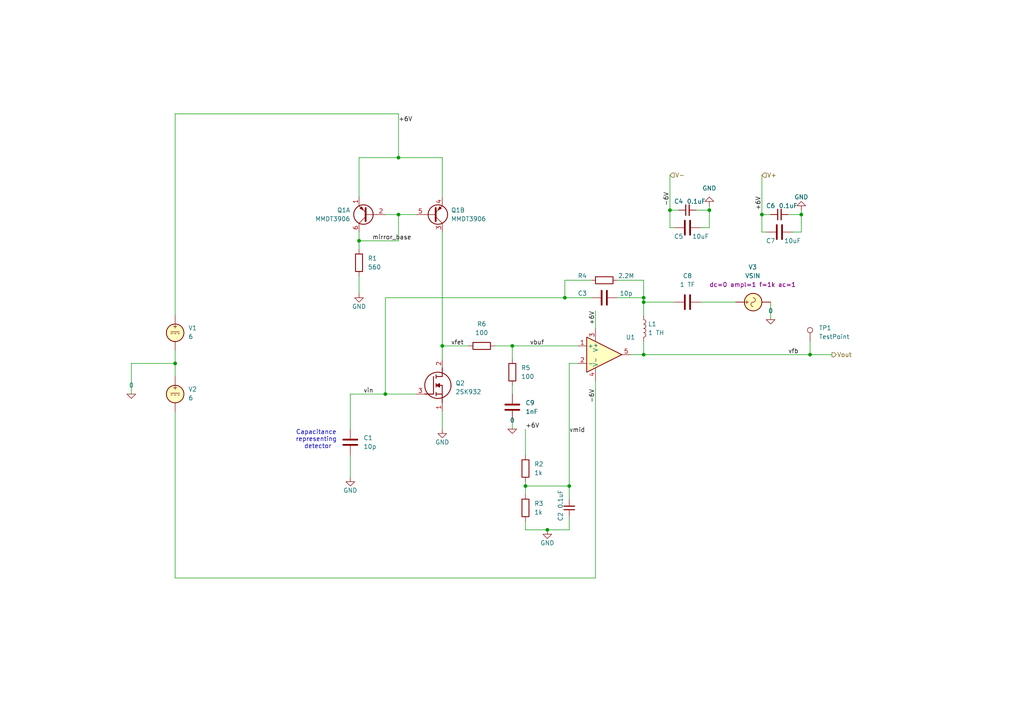
<source format=kicad_sch>
(kicad_sch (version 20231120) (generator "eeschema") (generator_version "8.0")
  (paper "A4")
  (lib_symbols
    (symbol "2SK932:2SK932" (pin_names hide)
      (property "Reference" "Q" (at 11.43 3.81 0))
      (property "Value" "2SK932" (at 11.43 1.27 0))
      (symbol "2SK932_1_1"
        (polyline (pts (xy 2.54 0) (xy 5.08 0)) (stroke (width 0.254)))
        (polyline (pts (xy 5.08 5.08) (xy 5.08 0)) (stroke (width 0.254)))
        (polyline (pts (xy 5.842 -0.508) (xy 5.842 0.508)) (stroke (width 0.254)))
        (polyline (pts (xy 5.842 0) (xy 7.62 0)) (stroke (width 0.254)))
        (polyline (pts (xy 5.842 2.032) (xy 5.842 3.048)) (stroke (width 0.254)))
        (polyline (pts (xy 5.842 5.588) (xy 5.842 4.572)) (stroke (width 0.254)))
        (polyline (pts (xy 7.62 2.54) (xy 5.842 2.54)) (stroke (width 0.254)))
        (polyline (pts (xy 7.62 2.54) (xy 7.62 -2.54)) (stroke (width 0.254)))
        (polyline (pts (xy 7.62 5.08) (xy 5.842 5.08)) (stroke (width 0.254)))
        (polyline (pts (xy 7.62 5.08) (xy 7.62 7.62)) (stroke (width 0.254)))
        (polyline (pts (xy 5.842 2.54) (xy 6.858 3.048) (xy 6.858 2.032) (xy 5.842 2.54)) (stroke (width 0.254)) (fill (type outline)))
        (circle (center 6.35 2.54) (radius 3.81) (stroke (width 0.254)))
        (pin passive line (at 7.62 -5.08 90) (length 2.54) (name "S") (number "1"))
        (pin passive line (at 7.62 10.16 270) (length 2.54) (name "D") (number "2"))
        (pin passive line (at 0 0 0) (length 2.54) (name "G") (number "3"))
      )
    )
    (symbol "Connector:TestPoint" (pin_numbers hide) (pin_names (offset 0.762) hide)
      (property "Reference" "TP" (at 0 6.858 0))
      (property "Value" "TestPoint" (at 0 5.08 0))
      (symbol "TestPoint_0_1"
        (circle (center 0 3.302) (radius 0.762))
      )
      (symbol "TestPoint_1_1"
        (pin passive line (at 0 0 90) (length 2.54) (name "1") (number "1"))
      )
    )
    (symbol "Device:C" (pin_numbers hide) (pin_names (offset 0.254))
      (property "Reference" "C" (at 0.635 2.54 0))
      (property "Value" "C" (at 0.635 -2.54 0))
      (symbol "C_0_1"
        (polyline (pts (xy -2.032 -0.762) (xy 2.032 -0.762)) (stroke (width 0.508)))
        (polyline (pts (xy -2.032 0.762) (xy 2.032 0.762)) (stroke (width 0.508)))
      )
      (symbol "C_1_1"
        (pin passive line (at 0 3.81 270) (length 2.794) (name "~") (number "1"))
        (pin passive line (at 0 -3.81 90) (length 2.794) (name "~") (number "2"))
      )
    )
    (symbol "Device:C_Small" (pin_numbers hide) (pin_names (offset 0.254) hide)
      (property "Reference" "C" (at 0.254 1.778 0))
      (property "Value" "C_Small" (at 0.254 -2.032 0))
      (symbol "C_Small_0_1"
        (polyline (pts (xy -1.524 -0.508) (xy 1.524 -0.508)) (stroke (width 0.3302)))
        (polyline (pts (xy -1.524 0.508) (xy 1.524 0.508)) (stroke (width 0.3048)))
      )
      (symbol "C_Small_1_1"
        (pin passive line (at 0 2.54 270) (length 2.032) (name "~") (number "1"))
        (pin passive line (at 0 -2.54 90) (length 2.032) (name "~") (number "2"))
      )
    )
    (symbol "Device:L" (pin_numbers hide) (pin_names (offset 1.016) hide)
      (property "Reference" "L" (at -1.27 0 90))
      (property "Value" "L" (at 1.905 0 90))
      (symbol "L_0_1"
        (arc (start 0 -2.54) (mid 0.6323 -1.905) (end 0 -1.27))
        (arc (start 0 -1.27) (mid 0.6323 -0.635) (end 0 0))
        (arc (start 0 0) (mid 0.6323 0.635) (end 0 1.27))
        (arc (start 0 1.27) (mid 0.6323 1.905) (end 0 2.54))
      )
      (symbol "L_1_1"
        (pin passive line (at 0 3.81 270) (length 1.27) (name "1") (number "1"))
        (pin passive line (at 0 -3.81 90) (length 1.27) (name "2") (number "2"))
      )
    )
    (symbol "Device:R" (pin_numbers hide) (pin_names (offset 0))
      (property "Reference" "R" (at 2.032 0 90))
      (property "Value" "R" (at 0 0 90))
      (symbol "R_0_1"
        (rectangle (start -1.016 -2.54) (end 1.016 2.54) (stroke (width 0.254)))
      )
      (symbol "R_1_1"
        (pin passive line (at 0 3.81 270) (length 1.27) (name "~") (number "1"))
        (pin passive line (at 0 -3.81 90) (length 1.27) (name "~") (number "2"))
      )
    )
    (symbol "Simulation_SPICE:0" (power) (pin_numbers hide) (pin_names (offset 0) hide)
      (property "Value" "0" (at 0 -2.54 0))
      (symbol "0_0_1"
        (polyline (pts (xy -1.27 0) (xy 0 -1.27) (xy 1.27 0) (xy -1.27 0)))
      )
      (symbol "0_1_1"
        (pin power_in line (at 0 0 0) (length 0) (name "~") (number "1"))
      )
    )
    (symbol "Simulation_SPICE:OPAMP" (pin_names (offset 0.254))
      (property "Reference" "U" (at 3.81 3.175 0))
      (property "Value" "${SIM.PARAMS}" (at 3.81 -3.175 0))
      (symbol "OPAMP_0_1"
        (polyline (pts (xy 5.08 0) (xy -5.08 5.08) (xy -5.08 -5.08) (xy 5.08 0)) (stroke (width 0.254)) (fill (type background)))
      )
      (symbol "OPAMP_1_1"
        (pin input line (at -7.62 2.54 0) (length 2.54) (name "+") (number "1"))
        (pin input line (at -7.62 -2.54 0) (length 2.54) (name "-") (number "2"))
        (pin power_in line (at -2.54 7.62 270) (length 3.81) (name "V+") (number "3"))
        (pin power_in line (at -2.54 -7.62 90) (length 3.81) (name "V-") (number "4"))
        (pin output line (at 7.62 0 180) (length 2.54) (name "~") (number "5"))
      )
    )
    (symbol "Simulation_SPICE:VDC" (pin_numbers hide) (pin_names (offset 0.0254))
      (property "Reference" "V" (at 2.54 2.54 0))
      (property "Value" "1" (at 2.54 0 0))
      (symbol "VDC_0_0"
        (polyline (pts (xy -1.27 0.254) (xy 1.27 0.254)))
        (polyline (pts (xy -0.762 -0.254) (xy -1.27 -0.254)))
        (polyline (pts (xy 0.254 -0.254) (xy -0.254 -0.254)))
        (polyline (pts (xy 1.27 -0.254) (xy 0.762 -0.254)))
        (text "+" (at 0 1.905 0) (effects (font (size 1.27 1.27))))
      )
      (symbol "VDC_0_1"
        (circle (center 0 0) (radius 2.54) (stroke (width 0.254)) (fill (type background)))
      )
      (symbol "VDC_1_1"
        (pin passive line (at 0 5.08 270) (length 2.54) (name "~") (number "1"))
        (pin passive line (at 0 -5.08 90) (length 2.54) (name "~") (number "2"))
      )
    )
    (symbol "Simulation_SPICE:VSIN" (pin_numbers hide) (pin_names (offset 0.0254))
      (property "Reference" "V" (at 2.54 2.54 0))
      (property "Value" "VSIN" (at 2.54 0 0))
      (property "Sim.Params" "dc=0 ampl=1 f=1k ac=1" (at 2.54 -2.54 0))
      (symbol "VSIN_0_0"
        (arc (start 0 0) (mid -0.635 0.6323) (end -1.27 0))
        (arc (start 0 0) (mid 0.635 -0.6323) (end 1.27 0))
        (text "+" (at 0 1.905 0) (effects (font (size 1.27 1.27))))
      )
      (symbol "VSIN_0_1"
        (circle (center 0 0) (radius 2.54) (stroke (width 0.254)) (fill (type background)))
      )
      (symbol "VSIN_1_1"
        (pin passive line (at 0 5.08 270) (length 2.54) (name "~") (number "1"))
        (pin passive line (at 0 -5.08 90) (length 2.54) (name "~") (number "2"))
      )
    )
    (symbol "Transistor_BJT:MMDT3906" (pin_names (offset 0) hide)
      (property "Reference" "Q" (at 5.08 1.27 0))
      (property "Value" "MMDT3906" (at 5.08 -1.27 0))
      (symbol "MMDT3906_0_1"
        (polyline (pts (xy 0.635 0) (xy -2.54 0)))
        (polyline (pts (xy 0.635 0.635) (xy 2.54 2.54)))
        (polyline (pts (xy 0.635 -0.635) (xy 2.54 -2.54) (xy 2.54 -2.54)))
        (polyline (pts (xy 0.635 1.905) (xy 0.635 -1.905) (xy 0.635 -1.905)) (stroke (width 0.508)))
        (polyline (pts (xy 2.286 -1.778) (xy 1.778 -2.286) (xy 1.27 -1.27) (xy 2.286 -1.778) (xy 2.286 -1.778)) (fill (type outline)))
        (circle (center 1.27 0) (radius 2.8194) (stroke (width 0.254)))
      )
      (symbol "MMDT3906_1_1"
        (pin passive line (at 2.54 -5.08 90) (length 2.54) (name "E1") (number "1"))
        (pin input line (at -5.08 0 0) (length 2.54) (name "B1") (number "2"))
        (pin passive line (at 2.54 5.08 270) (length 2.54) (name "C1") (number "6"))
      )
      (symbol "MMDT3906_2_1"
        (pin passive line (at 2.54 5.08 270) (length 2.54) (name "C2") (number "3"))
        (pin passive line (at 2.54 -5.08 90) (length 2.54) (name "E2") (number "4"))
        (pin input line (at -5.08 0 0) (length 2.54) (name "B2") (number "5"))
      )
    )
    (symbol "power:GND" (power) (pin_names (offset 0))
      (property "Value" "GND" (at 0 -3.81 0))
      (symbol "GND_0_1"
        (polyline (pts (xy 0 0) (xy 0 -1.27) (xy 1.27 -1.27) (xy 0 -2.54) (xy -1.27 -1.27) (xy 0 -1.27)))
      )
      (symbol "GND_1_1"
        (pin power_in line (at 0 0 270) (length 0) hide (name "GND") (number "1"))
      )
    )
  )
  (junction (at 115.57 45.72))
  (junction (at 186.69 102.87))
  (junction (at 234.95 102.87))
  (junction (at 111.76 114.3))
  (junction (at 128.27 100.33))
  (junction (at 115.57 62.23))
  (junction (at 205.74 60.96))
  (junction (at 165.1 140.97))
  (junction (at 186.69 86.36))
  (junction (at 104.14 69.85))
  (junction (at 194.31 60.96))
  (junction (at 148.59 100.33))
  (junction (at 232.41 62.23))
  (junction (at 186.69 87.63))
  (junction (at 220.98 62.23))
  (junction (at 152.4 140.97))
  (junction (at 158.75 153.67))
  (junction (at 50.8 105.41))
  (junction (at 163.83 86.36))
  (wire (pts (xy 148.59 121.92) (xy 148.59 124.46)))
  (wire (pts (xy 38.1 105.41) (xy 50.8 105.41)))
  (wire (pts (xy 220.98 62.23) (xy 220.98 67.31)))
  (wire (pts (xy 50.8 101.6) (xy 50.8 105.41)))
  (wire (pts (xy 186.69 99.06) (xy 186.69 102.87)))
  (wire (pts (xy 128.27 119.38) (xy 128.27 124.46)))
  (wire (pts (xy 186.69 87.63) (xy 186.69 91.44)))
  (wire (pts (xy 228.6 62.23) (xy 232.41 62.23)))
  (wire (pts (xy 234.95 99.06) (xy 234.95 102.87)))
  (wire (pts (xy 171.45 81.28) (xy 163.83 81.28)))
  (wire (pts (xy 163.83 86.36) (xy 171.45 86.36)))
  (wire (pts (xy 115.57 62.23) (xy 115.57 69.85)))
  (wire (pts (xy 152.4 139.7) (xy 152.4 140.97)))
  (wire (pts (xy 220.98 62.23) (xy 223.52 62.23)))
  (wire (pts (xy 186.69 87.63) (xy 195.58 87.63)))
  (wire (pts (xy 152.4 153.67) (xy 158.75 153.67)))
  (wire (pts (xy 232.41 62.23) (xy 232.41 60.96)))
  (wire (pts (xy 186.69 81.28) (xy 186.69 86.36)))
  (wire (pts (xy 203.2 87.63) (xy 213.36 87.63)))
  (wire (pts (xy 50.8 105.41) (xy 50.8 109.22)))
  (wire (pts (xy 104.14 67.31) (xy 104.14 69.85)))
  (wire (pts (xy 194.31 66.04) (xy 194.31 60.96)))
  (wire (pts (xy 111.76 86.36) (xy 111.76 114.3)))
  (wire (pts (xy 167.64 105.41) (xy 165.1 105.41)))
  (wire (pts (xy 111.76 62.23) (xy 115.57 62.23)))
  (wire (pts (xy 115.57 69.85) (xy 104.14 69.85)))
  (wire (pts (xy 165.1 153.67) (xy 158.75 153.67)))
  (wire (pts (xy 152.4 151.13) (xy 152.4 153.67)))
  (wire (pts (xy 234.95 102.87) (xy 241.3 102.87)))
  (wire (pts (xy 111.76 114.3) (xy 120.65 114.3)))
  (wire (pts (xy 194.31 50.8) (xy 194.31 60.96)))
  (wire (pts (xy 148.59 111.76) (xy 148.59 114.3)))
  (wire (pts (xy 104.14 80.01) (xy 104.14 85.09)))
  (wire (pts (xy 152.4 124.46) (xy 152.4 132.08)))
  (wire (pts (xy 165.1 105.41) (xy 165.1 140.97)))
  (wire (pts (xy 165.1 149.86) (xy 165.1 153.67)))
  (wire (pts (xy 115.57 45.72) (xy 104.14 45.72)))
  (wire (pts (xy 101.6 132.08) (xy 101.6 138.43)))
  (wire (pts (xy 201.93 60.96) (xy 205.74 60.96)))
  (wire (pts (xy 165.1 144.78) (xy 165.1 140.97)))
  (wire (pts (xy 186.69 86.36) (xy 186.69 87.63)))
  (wire (pts (xy 163.83 81.28) (xy 163.83 86.36)))
  (wire (pts (xy 50.8 167.64) (xy 172.72 167.64)))
  (wire (pts (xy 172.72 110.49) (xy 172.72 167.64)))
  (wire (pts (xy 222.25 67.31) (xy 220.98 67.31)))
  (wire (pts (xy 128.27 45.72) (xy 115.57 45.72)))
  (wire (pts (xy 101.6 124.46) (xy 101.6 114.3)))
  (wire (pts (xy 115.57 33.02) (xy 115.57 45.72)))
  (wire (pts (xy 148.59 100.33) (xy 148.59 104.14)))
  (wire (pts (xy 101.6 114.3) (xy 111.76 114.3)))
  (wire (pts (xy 220.98 50.8) (xy 220.98 62.23)))
  (wire (pts (xy 152.4 140.97) (xy 152.4 143.51)))
  (wire (pts (xy 143.51 100.33) (xy 148.59 100.33)))
  (wire (pts (xy 50.8 33.02) (xy 115.57 33.02)))
  (wire (pts (xy 179.07 81.28) (xy 186.69 81.28)))
  (wire (pts (xy 128.27 57.15) (xy 128.27 45.72)))
  (wire (pts (xy 50.8 91.44) (xy 50.8 33.02)))
  (wire (pts (xy 38.1 114.3) (xy 38.1 105.41)))
  (wire (pts (xy 128.27 104.14) (xy 128.27 100.33)))
  (wire (pts (xy 111.76 86.36) (xy 163.83 86.36)))
  (wire (pts (xy 128.27 67.31) (xy 128.27 100.33)))
  (wire (pts (xy 179.07 86.36) (xy 186.69 86.36)))
  (wire (pts (xy 203.2 66.04) (xy 205.74 66.04)))
  (wire (pts (xy 229.87 67.31) (xy 232.41 67.31)))
  (wire (pts (xy 50.8 119.38) (xy 50.8 167.64)))
  (wire (pts (xy 104.14 45.72) (xy 104.14 57.15)))
  (wire (pts (xy 128.27 100.33) (xy 135.89 100.33)))
  (wire (pts (xy 172.72 90.17) (xy 172.72 95.25)))
  (wire (pts (xy 115.57 62.23) (xy 120.65 62.23)))
  (wire (pts (xy 186.69 102.87) (xy 234.95 102.87)))
  (wire (pts (xy 104.14 69.85) (xy 104.14 72.39)))
  (wire (pts (xy 196.85 60.96) (xy 194.31 60.96)))
  (wire (pts (xy 205.74 60.96) (xy 205.74 59.69)))
  (wire (pts (xy 194.31 66.04) (xy 195.58 66.04)))
  (wire (pts (xy 205.74 66.04) (xy 205.74 60.96)))
  (wire (pts (xy 232.41 67.31) (xy 232.41 62.23)))
  (wire (pts (xy 165.1 140.97) (xy 152.4 140.97)))
  (wire (pts (xy 182.88 102.87) (xy 186.69 102.87)))
  (wire (pts (xy 223.52 87.63) (xy 223.52 92.71)))
  (wire (pts (xy 148.59 100.33) (xy 167.64 100.33)))
  (text "Capacitance \nrepresenting \ndetector" (at 92.202 127.508 0) (effects (font (size 1.27 1.27))))
  (label "+6V" (at 115.57 35.56 0))
  (label "+6V" (at 152.4 124.46 0))
  (label "-6V" (at 172.72 116.84 90))
  (label "vfb" (at 228.6 102.87 0))
  (label "+6V" (at 172.72 90.17 270))
  (label "vmid" (at 165.1 125.73 0))
  (label "+6V" (at 220.98 60.96 90))
  (label "mirror_base" (at 107.95 69.85 0))
  (label "vfet" (at 130.81 100.33 0))
  (label "vin" (at 105.41 114.3 0))
  (label "-6V" (at 194.31 59.69 90))
  (label "vbuf" (at 153.67 100.33 0))
  (hierarchical_label "Vout" (shape output) (at 241.3 102.87 0))
  (hierarchical_label "V-" (shape input) (at 194.31 50.8 0))
  (hierarchical_label "V+" (shape input) (at 220.98 50.8 0))
  (symbol (lib_id "Device:C_Small") (at 226.06 62.23 90) (mirror x) (unit 1)
    (property "Reference" "C6" (at 223.52 59.69 90))
    (property "Value" "0.1uF" (at 228.6 59.69 90))
    (property "Footprint" "Capacitor_SMD:C_0805_2012Metric" (effects (hide yes)))
  )
  (symbol (lib_id "Simulation_SPICE:OPAMP") (at 175.26 102.87 0) (unit 1)
    (property "Reference" "U1" (at 182.88 97.8214 0))
    (property "Value" "${SIM.PARAMS}" (at 182.88 99.7265 0))
    (property "Datasheet" "https://ngspice.sourceforge.io/docs/ngspice-html-manual/manual.xhtml#sec__SUBCKT_Subcircuits" (effects (hide yes)))
    (property "Description" "Operational amplifier, single, node sequence=1:+ 2:- 3:OUT 4:V+ 5:V-" (effects (hide yes)))
    (property "Sim.Library" "C:\\Users\\phdgc\\Downloads\\uob-hep-pc074\\hardware\\KiCad\\OPA891_Model_V1p1.lib" (effects (hide yes)))
    (property "Sim.Name" "OPA891" (effects (hide yes)))
    (property "Sim.Device" "SUBCKT" (effects (hide yes)))
    (property "Sim.Pins" "1=IN+ 2=IN- 3=V+ 4=V- 5=OUT" (effects (hide yes)))
  )
  (symbol (lib_id "Device:R") (at 152.4 135.89 0) (unit 1)
    (property "Reference" "R2" (at 154.94 134.6199 0) (effects (justify left)))
    (property "Value" "1k" (at 154.94 137.1599 0) (effects (justify left)))
    (property "Footprint" "Resistor_SMD:R_0603_1608Metric" (effects (hide yes)))
    (property "Description" "Resistor" (effects (hide yes)))
  )
  (symbol (lib_id "Device:C") (at 199.39 66.04 90) (mirror x) (unit 1)
    (property "Reference" "C5" (at 196.85 68.58 90))
    (property "Value" "10uF" (at 203.2 68.58 90))
    (property "Footprint" "Capacitor_SMD:C_0805_2012Metric" (effects (hide yes)))
  )
  (symbol (lib_id "Transistor_BJT:MMDT3906") (at 106.68 62.23 180) (unit 1)
    (property "Reference" "Q1" (at 101.6 60.9599 0) (effects (justify left)))
    (property "Value" "MMDT3906" (at 101.6 63.4999 0) (effects (justify left)))
    (property "Footprint" "Package_TO_SOT_SMD:SOT-363_SC-70-6" (effects (hide yes)))
    (property "Datasheet" "http://www.diodes.com/_files/datasheets/ds30124.pdf" (effects (hide yes)))
    (property "Description" "200mA IC, 40V Vce, Dual PNP/PNP Transistors, SOT-363" (effects (hide yes)))
    (property "Sim.Library" "C:\\Users\\phdgc\\Downloads\\uob-hep-pc074\\hardware\\KiCad\\MMDT3906\\MMDT3906Q_both.txt" (effects (hide yes)))
    (property "Sim.Name" "MMDT3906" (effects (hide yes)))
    (property "Sim.Device" "SUBCKT" (effects (hide yes)))
    (property "Sim.Pins" "1=1 2=2 3=3 4=4 5=5 6=6" (effects (hide yes)))
  )
  (symbol (lib_id "Device:L") (at 186.69 95.25 0) (unit 1)
    (property "Reference" "L1" (at 187.96 93.9799 0) (effects (justify left)))
    (property "Value" "1 TH" (at 187.96 96.5199 0) (effects (justify left)))
    (property "Description" "Inductor" (effects (hide yes)))
  )
  (symbol (lib_id "Device:R") (at 148.59 107.95 0) (unit 1)
    (property "Reference" "R5" (at 151.13 106.6799 0) (effects (justify left)))
    (property "Value" "100" (at 151.13 109.2199 0) (effects (justify left)))
    (property "Description" "Resistor" (effects (hide yes)))
  )
  (symbol (lib_id "Device:C") (at 175.26 86.36 90) (unit 1)
    (property "Reference" "C3" (at 168.91 85.09 90))
    (property "Value" "10p" (at 181.61 85.09 90))
    (property "Footprint" "Resistor_SMD:R_0603_1608Metric_Pad0.98x0.95mm_HandSolder" (effects (hide yes)))
  )
  (symbol (lib_id "power:GND") (at 158.75 153.67 0) (unit 1)
    (property "Reference" "#PWR04" (effects (hide yes)))
    (property "Value" "GND" (at 158.75 157.48 0))
  )
  (symbol (lib_id "Device:R") (at 104.14 76.2 0) (unit 1)
    (property "Reference" "R1" (at 106.68 74.9299 0) (effects (justify left)))
    (property "Value" "560" (at 106.68 77.4699 0) (effects (justify left)))
    (property "Footprint" "Resistor_SMD:R_0603_1608Metric" (effects (hide yes)))
    (property "Description" "Resistor" (effects (hide yes)))
  )
  (symbol (lib_id "Transistor_BJT:MMDT3906") (at 125.73 62.23 0) (mirror x) (unit 2)
    (property "Reference" "Q1" (at 130.81 60.9599 0) (effects (justify left)))
    (property "Value" "MMDT3906" (at 130.81 63.4999 0) (effects (justify left)))
    (property "Footprint" "Package_TO_SOT_SMD:SOT-363_SC-70-6" (effects (hide yes)))
    (property "Datasheet" "http://www.diodes.com/_files/datasheets/ds30124.pdf" (effects (hide yes)))
    (property "Description" "200mA IC, 40V Vce, Dual PNP/PNP Transistors, SOT-363" (effects (hide yes)))
    (property "Sim.Library" "C:\\Users\\phdgc\\Downloads\\uob-hep-pc074\\hardware\\KiCad\\MMDT3906\\MMDT3906Q_both.txt" (effects (hide yes)))
    (property "Sim.Name" "MMDT3906" (effects (hide yes)))
    (property "Sim.Device" "SUBCKT" (effects (hide yes)))
    (property "Sim.Pins" "1=1 2=2 3=3 4=4 5=5 6=6" (effects (hide yes)))
  )
  (symbol (lib_id "Device:R") (at 152.4 147.32 0) (unit 1)
    (property "Reference" "R3" (at 154.94 146.0499 0) (effects (justify left)))
    (property "Value" "1k" (at 154.94 148.5899 0) (effects (justify left)))
    (property "Footprint" "Resistor_SMD:R_0603_1608Metric" (effects (hide yes)))
    (property "Description" "Resistor" (effects (hide yes)))
  )
  (symbol (lib_id "power:GND") (at 101.6 138.43 0) (mirror y) (unit 1)
    (property "Reference" "#PWR01" (effects (hide yes)))
    (property "Value" "GND" (at 101.6 142.24 0))
  )
  (symbol (lib_id "power:GND") (at 104.14 85.09 0) (mirror y) (unit 1)
    (property "Reference" "#PWR02" (effects (hide yes)))
    (property "Value" "GND" (at 104.14 88.9 0))
  )
  (symbol (lib_id "Device:C") (at 226.06 67.31 90) (mirror x) (unit 1)
    (property "Reference" "C7" (at 223.52 69.85 90))
    (property "Value" "10uF" (at 229.87 69.85 90))
    (property "Footprint" "Capacitor_SMD:C_0805_2012Metric" (effects (hide yes)))
  )
  (symbol (lib_id "Simulation_SPICE:0") (at 223.52 92.71 0) (unit 1)
    (property "Reference" "#GND02" (effects (hide yes)))
    (property "Value" "0" (at 223.52 90.17 0))
    (property "Datasheet" "https://ngspice.sourceforge.io/docs/ngspice-html-manual/manual.xhtml#subsec_Circuit_elements__device" (effects (hide yes)))
    (property "Description" "0V reference potential for simulation" (effects (hide yes)))
  )
  (symbol (lib_id "Device:C_Small") (at 199.39 60.96 90) (mirror x) (unit 1)
    (property "Reference" "C4" (at 196.85 58.42 90))
    (property "Value" "0.1uF" (at 201.93 58.42 90))
    (property "Footprint" "Capacitor_SMD:C_0805_2012Metric" (effects (hide yes)))
  )
  (symbol (lib_id "Simulation_SPICE:0") (at 148.59 124.46 0) (unit 1)
    (property "Reference" "#GND03" (effects (hide yes)))
    (property "Value" "0" (at 148.59 121.92 0))
    (property "Datasheet" "https://ngspice.sourceforge.io/docs/ngspice-html-manual/manual.xhtml#subsec_Circuit_elements__device" (effects (hide yes)))
    (property "Description" "0V reference potential for simulation" (effects (hide yes)))
  )
  (symbol (lib_id "2SK932:2SK932") (at 120.65 114.3 0) (unit 1)
    (property "Reference" "Q2" (at 132.08 111.125 0) (effects (justify left)))
    (property "Value" "2SK932" (at 132.08 113.665 0) (effects (justify left)))
    (property "Footprint" "Package_TO_SOT_SMD:SOT-23" (effects (hide yes)))
    (property "Datasheet" "https://www.onsemi.com/download/data-sheet/pdf/2sk932-d.pdf" (effects (hide yes)))
    (property "Height" "1.35" (effects (hide yes)))
    (property "Manufacturer_Name" "onsemi" (effects (hide yes)))
    (property "Manufacturer_Part_Number" "2SK932" (effects (hide yes)))
    (property "Sim.Library" "C:\\Users\\phdgc\\Downloads\\uob-hep-pc074\\hardware\\KiCad\\2SK932\\2SK932-23 MODEL_REV0.TXT" (effects (hide yes)))
    (property "Sim.Name" "2SK932CP23" (effects (hide yes)))
    (property "Sim.Device" "SUBCKT" (effects (hide yes)))
    (property "Sim.Pins" "1=1 2=2 3=3" (effects (hide yes)))
  )
  (symbol (lib_id "Device:R") (at 139.7 100.33 90) (unit 1)
    (property "Reference" "R6" (at 139.7 93.98 90))
    (property "Value" "100" (at 139.7 96.52 90))
    (property "Description" "Resistor" (effects (hide yes)))
  )
  (symbol (lib_id "Device:R") (at 175.26 81.28 90) (unit 1)
    (property "Reference" "R4" (at 168.91 80.01 90))
    (property "Value" "2.2M" (at 181.61 80.01 90))
    (property "Footprint" "Resistor_SMD:R_0603_1608Metric_Pad0.98x0.95mm_HandSolder" (effects (hide yes)))
  )
  (symbol (lib_id "Device:C") (at 148.59 118.11 0) (unit 1)
    (property "Reference" "C9" (at 152.4 116.8399 0) (effects (justify left)))
    (property "Value" "1nF" (at 152.4 119.3799 0) (effects (justify left)))
    (property "Description" "Unpolarized capacitor" (effects (hide yes)))
  )
  (symbol (lib_id "power:GND") (at 232.41 60.96 0) (mirror x) (unit 1)
    (property "Reference" "#PWR06" (effects (hide yes)))
    (property "Value" "GND" (at 232.41 57.15 0))
  )
  (symbol (lib_id "Simulation_SPICE:VDC") (at 50.8 114.3 0) (unit 1)
    (property "Reference" "V2" (at 54.61 112.9001 0) (effects (justify left)))
    (property "Value" "6" (at 54.61 115.4401 0) (effects (justify left)))
    (property "Datasheet" "https://ngspice.sourceforge.io/docs/ngspice-html-manual/manual.xhtml#sec_Independent_Sources_for" (effects (hide yes)))
    (property "Description" "Voltage source, DC" (effects (hide yes)))
    (property "Sim.Pins" "1=+ 2=-" (effects (hide yes)))
    (property "Sim.Type" "DC" (effects (hide yes)))
    (property "Sim.Device" "V" (effects (hide yes)))
  )
  (symbol (lib_id "Simulation_SPICE:VDC") (at 50.8 96.52 0) (unit 1)
    (property "Reference" "V1" (at 54.61 95.1201 0) (effects (justify left)))
    (property "Value" "6" (at 54.61 97.6601 0) (effects (justify left)))
    (property "Datasheet" "https://ngspice.sourceforge.io/docs/ngspice-html-manual/manual.xhtml#sec_Independent_Sources_for" (effects (hide yes)))
    (property "Description" "Voltage source, DC" (effects (hide yes)))
    (property "Sim.Pins" "1=+ 2=-" (effects (hide yes)))
    (property "Sim.Type" "DC" (effects (hide yes)))
    (property "Sim.Device" "V" (effects (hide yes)))
  )
  (symbol (lib_id "Device:C") (at 199.39 87.63 90) (unit 1)
    (property "Reference" "C8" (at 199.39 80.01 90))
    (property "Value" "1 TF" (at 199.39 82.55 90))
    (property "Description" "Unpolarized capacitor" (effects (hide yes)))
  )
  (symbol (lib_id "Device:C_Small") (at 165.1 147.32 0) (mirror x) (unit 1)
    (property "Reference" "C2" (at 162.56 149.86 90))
    (property "Value" "0.1uF" (at 162.56 144.78 90))
    (property "Footprint" "Capacitor_SMD:C_0805_2012Metric" (effects (hide yes)))
  )
  (symbol (lib_id "Simulation_SPICE:VSIN") (at 218.44 87.63 90) (unit 1)
    (property "Reference" "V3" (at 218.3102 77.47 90))
    (property "Value" "VSIN" (at 218.3102 80.01 90))
    (property "Datasheet" "https://ngspice.sourceforge.io/docs/ngspice-html-manual/manual.xhtml#sec_Independent_Sources_for" (effects (hide yes)))
    (property "Description" "Voltage source, sinusoidal" (effects (hide yes)))
    (property "Sim.Pins" "1=+ 2=-" (effects (hide yes)))
    (property "Sim.Params" "dc=0 ampl=1 f=1k ac=1" (at 218.3102 82.55 90))
    (property "Sim.Type" "SIN" (effects (hide yes)))
    (property "Sim.Device" "V" (effects (hide yes)))
  )
  (symbol (lib_id "Device:C") (at 101.6 128.27 0) (unit 1)
    (property "Reference" "C1" (at 105.41 126.9999 0) (effects (justify left)))
    (property "Value" "10p" (at 105.41 129.5399 0) (effects (justify left)))
    (property "Description" "Unpolarized capacitor" (effects (hide yes)))
  )
  (symbol (lib_id "Connector:TestPoint") (at 234.95 99.06 0) (unit 1) (exclude_from_sim yes)
    (property "Reference" "TP1" (at 237.49 95.123 0) (effects (justify left)))
    (property "Value" "TestPoint" (at 237.49 97.663 0) (effects (justify left)))
    (property "Footprint" "TestPoint:TestPoint_Pad_2.0x2.0mm" (effects (hide yes)))
  )
  (symbol (lib_id "Simulation_SPICE:0") (at 38.1 114.3 0) (unit 1)
    (property "Reference" "#GND01" (effects (hide yes)))
    (property "Value" "0" (at 38.1 111.76 0))
    (property "Datasheet" "https://ngspice.sourceforge.io/docs/ngspice-html-manual/manual.xhtml#subsec_Circuit_elements__device" (effects (hide yes)))
    (property "Description" "0V reference potential for simulation" (effects (hide yes)))
  )
  (symbol (lib_id "power:GND") (at 205.74 59.69 0) (mirror x) (unit 1)
    (property "Reference" "#PWR05" (effects (hide yes)))
    (property "Value" "GND" (at 205.74 54.61 0))
  )
  (symbol (lib_id "power:GND") (at 128.27 124.46 0) (mirror y) (unit 1)
    (property "Reference" "#PWR03" (effects (hide yes)))
    (property "Value" "GND" (at 128.27 128.27 0))
  )
)
</source>
